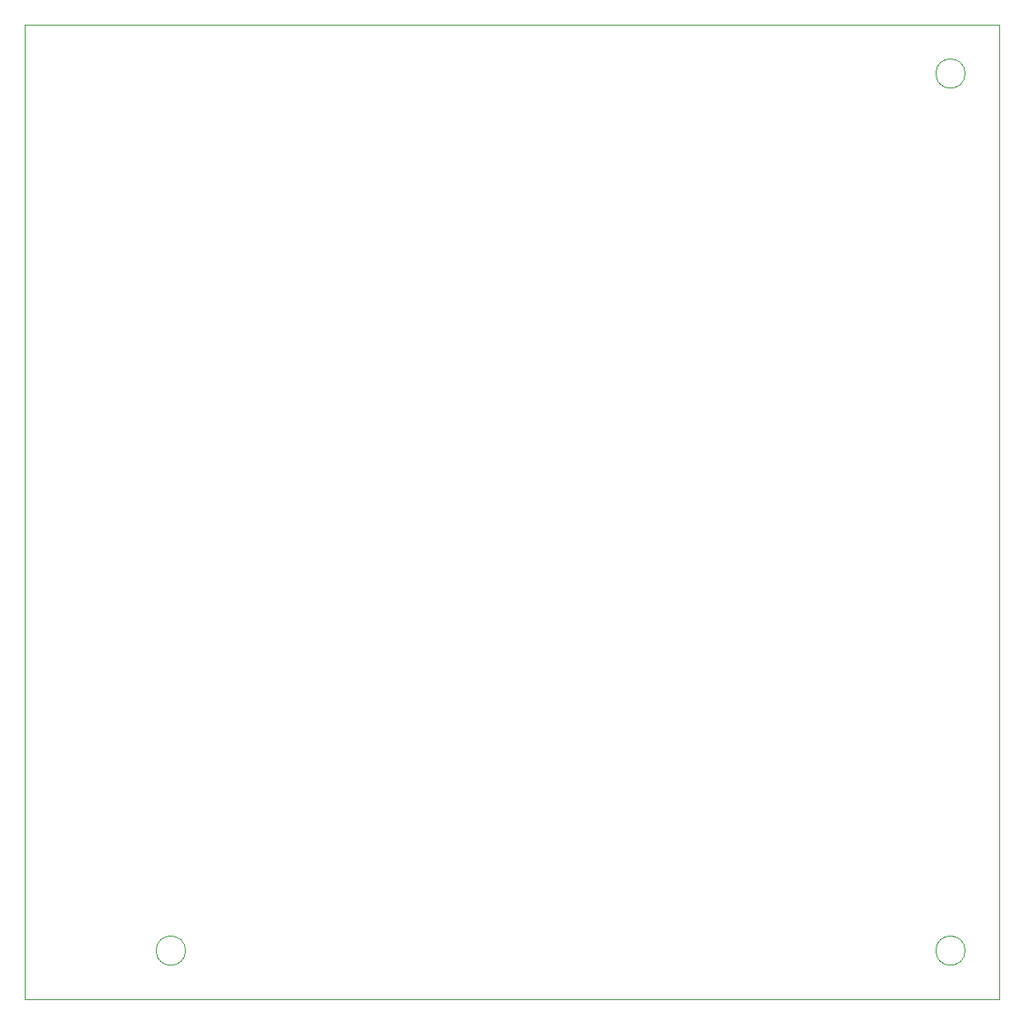
<source format=gm1>
G04 #@! TF.GenerationSoftware,KiCad,Pcbnew,(5.1.5)-3*
G04 #@! TF.CreationDate,2020-08-31T23:00:59+02:00*
G04 #@! TF.ProjectId,NFC_hatch,4e46435f-6861-4746-9368-2e6b69636164,rev?*
G04 #@! TF.SameCoordinates,Original*
G04 #@! TF.FileFunction,Profile,NP*
%FSLAX46Y46*%
G04 Gerber Fmt 4.6, Leading zero omitted, Abs format (unit mm)*
G04 Created by KiCad (PCBNEW (5.1.5)-3) date 2020-08-31 23:00:59*
%MOMM*%
%LPD*%
G04 APERTURE LIST*
%ADD10C,0.050000*%
G04 APERTURE END LIST*
D10*
X43000000Y-135500000D02*
G75*
G03X43000000Y-135500000I-1500000J0D01*
G01*
X123000000Y-135500000D02*
G75*
G03X123000000Y-135500000I-1500000J0D01*
G01*
X123000000Y-45500000D02*
G75*
G03X123000000Y-45500000I-1500000J0D01*
G01*
X26500000Y-140500000D02*
X26500000Y-40500000D01*
X126500000Y-140500000D02*
X26500000Y-140500000D01*
X126500000Y-40500000D02*
X126500000Y-140500000D01*
X26500000Y-40500000D02*
X126500000Y-40500000D01*
M02*

</source>
